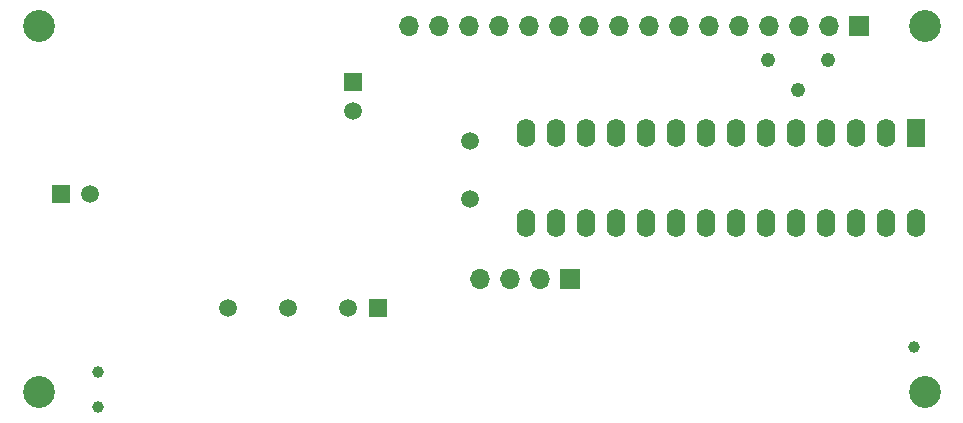
<source format=gbs>
G04 #@! TF.GenerationSoftware,KiCad,Pcbnew,(6.0.0-0)*
G04 #@! TF.CreationDate,2022-02-24T15:34:46+01:00*
G04 #@! TF.ProjectId,AC Power Supply,41432050-6f77-4657-9220-537570706c79,rev?*
G04 #@! TF.SameCoordinates,Original*
G04 #@! TF.FileFunction,Soldermask,Bot*
G04 #@! TF.FilePolarity,Negative*
%FSLAX46Y46*%
G04 Gerber Fmt 4.6, Leading zero omitted, Abs format (unit mm)*
G04 Created by KiCad (PCBNEW (6.0.0-0)) date 2022-02-24 15:34:46*
%MOMM*%
%LPD*%
G01*
G04 APERTURE LIST*
%ADD10C,1.000000*%
%ADD11C,2.700000*%
%ADD12R,1.508000X1.508000*%
%ADD13C,1.508000*%
%ADD14R,1.700000X1.700000*%
%ADD15O,1.700000X1.700000*%
%ADD16C,1.219200*%
%ADD17C,1.500000*%
%ADD18R,1.600000X2.400000*%
%ADD19O,1.600000X2.400000*%
G04 APERTURE END LIST*
D10*
X125000000Y-73600000D03*
X55900000Y-78700000D03*
X55900000Y-75700000D03*
D11*
X125900000Y-77400000D03*
X125900000Y-46400000D03*
X50900000Y-46400000D03*
X50900000Y-77400000D03*
D12*
X79620000Y-70300000D03*
D13*
X77080000Y-70300000D03*
X72000000Y-70300000D03*
X66920000Y-70300000D03*
D14*
X95875000Y-67850000D03*
D15*
X93335000Y-67850000D03*
X90795000Y-67850000D03*
X88255000Y-67850000D03*
D12*
X52750000Y-60650000D03*
D13*
X55250000Y-60650000D03*
D16*
X117700000Y-49350000D03*
X115160000Y-51890000D03*
X112620000Y-49350000D03*
D17*
X87425000Y-56175000D03*
X87425000Y-61055000D03*
D18*
X125125000Y-55475000D03*
D19*
X122585000Y-55475000D03*
X120045000Y-55475000D03*
X117505000Y-55475000D03*
X114965000Y-55475000D03*
X112425000Y-55475000D03*
X109885000Y-55475000D03*
X107345000Y-55475000D03*
X104805000Y-55475000D03*
X102265000Y-55475000D03*
X99725000Y-55475000D03*
X97185000Y-55475000D03*
X94645000Y-55475000D03*
X92105000Y-55475000D03*
X92105000Y-63095000D03*
X94645000Y-63095000D03*
X97185000Y-63095000D03*
X99725000Y-63095000D03*
X102265000Y-63095000D03*
X104805000Y-63095000D03*
X107345000Y-63095000D03*
X109885000Y-63095000D03*
X112425000Y-63095000D03*
X114965000Y-63095000D03*
X117505000Y-63095000D03*
X120045000Y-63095000D03*
X122585000Y-63095000D03*
X125125000Y-63095000D03*
D13*
X77500000Y-53650000D03*
D12*
X77500000Y-51150000D03*
D14*
X120300000Y-46475000D03*
D15*
X117760000Y-46475000D03*
X115220000Y-46475000D03*
X112680000Y-46475000D03*
X110140000Y-46475000D03*
X107600000Y-46475000D03*
X105060000Y-46475000D03*
X102520000Y-46475000D03*
X99980000Y-46475000D03*
X97440000Y-46475000D03*
X94900000Y-46475000D03*
X92360000Y-46475000D03*
X89820000Y-46475000D03*
X87280000Y-46475000D03*
X84740000Y-46475000D03*
X82200000Y-46475000D03*
M02*

</source>
